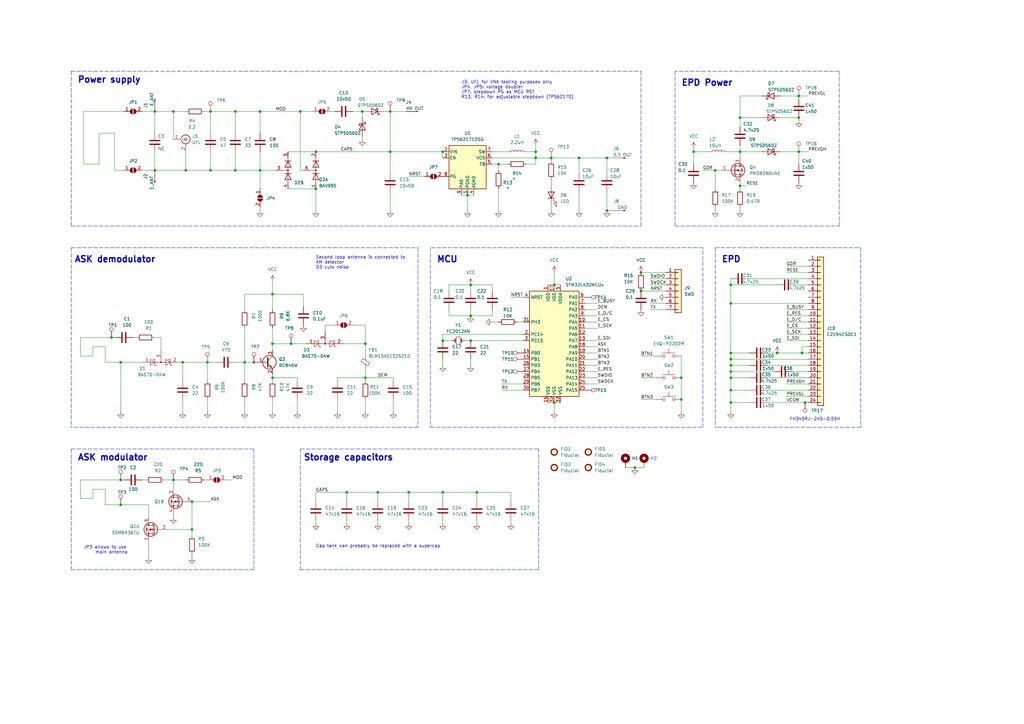
<source format=kicad_sch>
(kicad_sch (version 20211123) (generator eeschema)
  (paper "A3")
  (junction (at 45.72 138.43))
  (junction (at 328.93 144.78))
  (junction (at 96.52 45.72))
  (junction (at 111.76 120.65))
  (junction (at 193.04 129.54))
  (junction (at 193.04 116.84))
  (junction (at 279.4 163.83))
  (junction (at 111.76 154.94))
  (junction (at 260.35 191.77))
  (junction (at 299.72 165.1))
  (junction (at 262.89 119.38))
  (junction (at 142.24 201.93))
  (junction (at 123.19 45.72))
  (junction (at 71.12 196.85))
  (junction (at 49.53 207.01))
  (junction (at 160.02 45.72))
  (junction (at 104.14 148.59))
  (junction (at 330.2 165.1))
  (junction (at 226.06 64.77))
  (junction (at 49.53 196.85))
  (junction (at 85.09 148.59))
  (junction (at 303.53 48.26))
  (junction (at 284.48 62.23))
  (junction (at 299.72 116.84))
  (junction (at 129.54 62.23))
  (junction (at 119.38 140.97))
  (junction (at 248.92 86.36))
  (junction (at 219.71 64.77))
  (junction (at 299.72 144.78))
  (junction (at 227.33 165.1))
  (junction (at 327.66 48.26))
  (junction (at 318.77 144.78))
  (junction (at 76.2 69.85))
  (junction (at 63.5 45.72))
  (junction (at 49.53 148.59))
  (junction (at 191.77 80.01))
  (junction (at 63.5 69.85))
  (junction (at 181.61 201.93))
  (junction (at 129.54 77.47))
  (junction (at 299.72 149.86))
  (junction (at 303.53 76.2))
  (junction (at 299.72 124.46))
  (junction (at 96.52 69.85))
  (junction (at 237.49 64.77))
  (junction (at 299.72 154.94))
  (junction (at 219.71 62.23))
  (junction (at 299.72 152.4))
  (junction (at 181.61 62.23))
  (junction (at 299.72 160.02))
  (junction (at 293.37 69.85))
  (junction (at 154.94 201.93))
  (junction (at 248.92 64.77))
  (junction (at 106.68 69.85))
  (junction (at 149.86 140.97))
  (junction (at 327.66 39.37))
  (junction (at 299.72 147.32))
  (junction (at 167.64 201.93))
  (junction (at 106.68 45.72))
  (junction (at 227.33 116.84))
  (junction (at 148.59 45.72))
  (junction (at 195.58 201.93))
  (junction (at 327.66 62.23))
  (junction (at 86.36 69.85))
  (junction (at 204.47 67.31))
  (junction (at 100.33 148.59))
  (junction (at 193.04 139.7))
  (junction (at 181.61 139.7))
  (junction (at 111.76 140.97))
  (junction (at 86.36 45.72))
  (junction (at 74.93 148.59))
  (junction (at 279.4 154.94))
  (junction (at 160.02 62.23))
  (junction (at 78.74 217.17))
  (junction (at 303.53 62.23))
  (junction (at 149.86 154.94))
  (junction (at 71.12 45.72))
  (junction (at 262.89 111.76))
  (junction (at 78.74 205.74))
  (wire (pts (xy 181.61 137.16) (xy 181.61 139.7)))
  (wire (pts (xy 181.61 201.93) (xy 195.58 201.93)))
  (wire (pts (xy 224.79 165.1) (xy 227.33 165.1)))
  (polyline (pts (xy 220.98 233.68) (xy 220.98 184.15)))
  (wire (pts (xy 71.12 45.72) (xy 76.2 45.72)))
  (wire (pts (xy 68.58 217.17) (xy 78.74 217.17)))
  (wire (pts (xy 256.54 191.77) (xy 260.35 191.77)))
  (wire (pts (xy 50.8 196.85) (xy 49.53 196.85)))
  (wire (pts (xy 38.1 146.05) (xy 38.1 142.24)))
  (wire (pts (xy 226.06 73.66) (xy 226.06 76.2)))
  (wire (pts (xy 76.2 62.23) (xy 76.2 69.85)))
  (wire (pts (xy 74.93 148.59) (xy 74.93 156.21)))
  (wire (pts (xy 227.33 165.1) (xy 227.33 168.91)))
  (wire (pts (xy 193.04 129.54) (xy 201.93 129.54)))
  (wire (pts (xy 60.96 222.25) (xy 60.96 228.6)))
  (polyline (pts (xy 29.21 184.15) (xy 104.14 184.15)))
  (polyline (pts (xy 288.29 101.6) (xy 176.53 101.6)))
  (wire (pts (xy 212.09 132.08) (xy 214.63 132.08)))
  (wire (pts (xy 299.72 160.02) (xy 299.72 165.1)))
  (wire (pts (xy 331.47 124.46) (xy 299.72 124.46)))
  (wire (pts (xy 83.82 196.85) (xy 85.09 196.85)))
  (polyline (pts (xy 29.21 184.15) (xy 29.21 233.68)))
  (polyline (pts (xy 29.21 29.21) (xy 29.21 92.71)))
  (wire (pts (xy 240.03 157.48) (xy 245.11 157.48)))
  (wire (pts (xy 111.76 154.94) (xy 111.76 156.21)))
  (wire (pts (xy 314.96 154.94) (xy 331.47 154.94)))
  (wire (pts (xy 328.93 142.24) (xy 331.47 142.24)))
  (wire (pts (xy 96.52 69.85) (xy 106.68 69.85)))
  (wire (pts (xy 299.72 154.94) (xy 299.72 160.02)))
  (wire (pts (xy 49.53 196.85) (xy 33.02 196.85)))
  (wire (pts (xy 129.54 62.23) (xy 160.02 62.23)))
  (wire (pts (xy 226.06 64.77) (xy 219.71 64.77)))
  (wire (pts (xy 111.76 163.83) (xy 111.76 168.91)))
  (wire (pts (xy 312.42 62.23) (xy 303.53 62.23)))
  (wire (pts (xy 111.76 153.67) (xy 111.76 154.94)))
  (polyline (pts (xy 29.21 29.21) (xy 262.89 29.21)))
  (polyline (pts (xy 344.17 29.21) (xy 276.86 29.21)))
  (wire (pts (xy 204.47 77.47) (xy 204.47 86.36)))
  (wire (pts (xy 76.2 196.85) (xy 71.12 196.85)))
  (wire (pts (xy 209.55 213.36) (xy 209.55 214.63)))
  (wire (pts (xy 284.48 62.23) (xy 284.48 60.96)))
  (wire (pts (xy 303.53 85.09) (xy 303.53 86.36)))
  (wire (pts (xy 293.37 69.85) (xy 295.91 69.85)))
  (polyline (pts (xy 104.14 233.68) (xy 29.21 233.68)))
  (wire (pts (xy 284.48 62.23) (xy 290.83 62.23)))
  (wire (pts (xy 142.24 213.36) (xy 142.24 214.63)))
  (wire (pts (xy 201.93 129.54) (xy 201.93 127)))
  (wire (pts (xy 240.03 132.08) (xy 245.11 132.08)))
  (wire (pts (xy 284.48 67.31) (xy 284.48 62.23)))
  (wire (pts (xy 167.64 201.93) (xy 181.61 201.93)))
  (wire (pts (xy 322.58 129.54) (xy 331.47 129.54)))
  (wire (pts (xy 129.54 201.93) (xy 142.24 201.93)))
  (wire (pts (xy 138.43 156.21) (xy 138.43 154.94)))
  (polyline (pts (xy 276.86 92.71) (xy 344.17 92.71)))
  (wire (pts (xy 129.54 77.47) (xy 129.54 86.36)))
  (wire (pts (xy 193.04 127) (xy 193.04 129.54)))
  (polyline (pts (xy 353.06 101.6) (xy 353.06 175.26)))
  (wire (pts (xy 204.47 67.31) (xy 204.47 69.85)))
  (wire (pts (xy 58.42 196.85) (xy 59.69 196.85)))
  (wire (pts (xy 240.03 139.7) (xy 245.11 139.7)))
  (wire (pts (xy 49.53 148.59) (xy 58.42 148.59)))
  (wire (pts (xy 237.49 78.74) (xy 237.49 86.36)))
  (wire (pts (xy 209.55 201.93) (xy 209.55 205.74)))
  (wire (pts (xy 111.76 154.94) (xy 121.92 154.94)))
  (wire (pts (xy 266.7 116.84) (xy 273.05 116.84)))
  (wire (pts (xy 34.29 45.72) (xy 34.29 67.31)))
  (wire (pts (xy 191.77 80.01) (xy 191.77 86.36)))
  (wire (pts (xy 266.7 114.3) (xy 273.05 114.3)))
  (wire (pts (xy 204.47 67.31) (xy 208.28 67.31)))
  (wire (pts (xy 240.03 144.78) (xy 245.11 144.78)))
  (wire (pts (xy 215.9 67.31) (xy 219.71 67.31)))
  (wire (pts (xy 96.52 45.72) (xy 96.52 54.61)))
  (wire (pts (xy 299.72 152.4) (xy 299.72 154.94)))
  (wire (pts (xy 322.58 139.7) (xy 331.47 139.7)))
  (wire (pts (xy 123.19 45.72) (xy 123.19 69.85)))
  (wire (pts (xy 181.61 147.32) (xy 181.61 149.86)))
  (wire (pts (xy 293.37 69.85) (xy 293.37 77.47)))
  (polyline (pts (xy 123.19 184.15) (xy 123.19 233.68)))
  (wire (pts (xy 266.7 124.46) (xy 273.05 124.46)))
  (wire (pts (xy 121.92 163.83) (xy 121.92 168.91)))
  (polyline (pts (xy 123.19 233.68) (xy 220.98 233.68)))
  (wire (pts (xy 34.29 67.31) (xy 40.64 67.31)))
  (wire (pts (xy 86.36 45.72) (xy 86.36 54.61)))
  (wire (pts (xy 303.53 39.37) (xy 303.53 48.26)))
  (polyline (pts (xy 288.29 175.26) (xy 288.29 101.6)))
  (wire (pts (xy 111.76 120.65) (xy 100.33 120.65)))
  (wire (pts (xy 60.96 207.01) (xy 60.96 212.09)))
  (wire (pts (xy 303.53 74.93) (xy 303.53 76.2)))
  (wire (pts (xy 299.72 154.94) (xy 307.34 154.94)))
  (wire (pts (xy 106.68 69.85) (xy 113.03 69.85)))
  (wire (pts (xy 184.15 127) (xy 184.15 129.54)))
  (wire (pts (xy 33.02 138.43) (xy 45.72 138.43)))
  (wire (pts (xy 299.72 114.3) (xy 299.72 116.84)))
  (wire (pts (xy 193.04 139.7) (xy 214.63 139.7)))
  (wire (pts (xy 160.02 45.72) (xy 160.02 62.23)))
  (wire (pts (xy 154.94 213.36) (xy 154.94 214.63)))
  (wire (pts (xy 248.92 86.36) (xy 251.46 86.36)))
  (wire (pts (xy 106.68 85.09) (xy 106.68 86.36)))
  (wire (pts (xy 92.71 196.85) (xy 95.25 196.85)))
  (wire (pts (xy 160.02 78.74) (xy 160.02 86.36)))
  (wire (pts (xy 54.61 138.43) (xy 55.88 138.43)))
  (wire (pts (xy 148.59 57.15) (xy 148.59 55.88)))
  (wire (pts (xy 303.53 48.26) (xy 303.53 52.07)))
  (wire (pts (xy 303.53 62.23) (xy 303.53 64.77)))
  (wire (pts (xy 160.02 62.23) (xy 181.61 62.23)))
  (wire (pts (xy 322.58 109.22) (xy 331.47 109.22)))
  (wire (pts (xy 161.29 156.21) (xy 161.29 154.94)))
  (wire (pts (xy 201.93 64.77) (xy 219.71 64.77)))
  (wire (pts (xy 123.19 69.85) (xy 124.46 69.85)))
  (wire (pts (xy 43.18 207.01) (xy 49.53 207.01)))
  (wire (pts (xy 322.58 134.62) (xy 331.47 134.62)))
  (wire (pts (xy 86.36 69.85) (xy 96.52 69.85)))
  (wire (pts (xy 195.58 201.93) (xy 195.58 205.74)))
  (wire (pts (xy 144.78 45.72) (xy 148.59 45.72)))
  (wire (pts (xy 227.33 116.84) (xy 229.87 116.84)))
  (wire (pts (xy 148.59 45.72) (xy 148.59 48.26)))
  (wire (pts (xy 299.72 116.84) (xy 318.77 116.84)))
  (wire (pts (xy 63.5 45.72) (xy 71.12 45.72)))
  (wire (pts (xy 314.96 165.1) (xy 330.2 165.1)))
  (wire (pts (xy 138.43 154.94) (xy 149.86 154.94)))
  (polyline (pts (xy 176.53 175.26) (xy 288.29 175.26)))
  (wire (pts (xy 219.71 59.69) (xy 219.71 62.23)))
  (wire (pts (xy 299.72 116.84) (xy 299.72 124.46)))
  (wire (pts (xy 43.18 148.59) (xy 49.53 148.59)))
  (wire (pts (xy 119.38 140.97) (xy 125.73 140.97)))
  (wire (pts (xy 201.93 67.31) (xy 204.47 67.31)))
  (wire (pts (xy 144.78 133.35) (xy 149.86 133.35)))
  (wire (pts (xy 100.33 148.59) (xy 96.52 148.59)))
  (wire (pts (xy 226.06 64.77) (xy 237.49 64.77)))
  (wire (pts (xy 167.64 201.93) (xy 167.64 205.74)))
  (wire (pts (xy 76.2 69.85) (xy 86.36 69.85)))
  (wire (pts (xy 184.15 116.84) (xy 184.15 119.38)))
  (polyline (pts (xy 176.53 101.6) (xy 176.53 175.26)))
  (wire (pts (xy 38.1 200.66) (xy 43.18 200.66)))
  (wire (pts (xy 331.47 147.32) (xy 299.72 147.32)))
  (wire (pts (xy 298.45 62.23) (xy 303.53 62.23)))
  (wire (pts (xy 106.68 45.72) (xy 123.19 45.72)))
  (wire (pts (xy 288.29 69.85) (xy 293.37 69.85)))
  (wire (pts (xy 111.76 115.57) (xy 111.76 120.65)))
  (wire (pts (xy 299.72 144.78) (xy 307.34 144.78)))
  (polyline (pts (xy 123.19 184.15) (xy 220.98 184.15)))
  (wire (pts (xy 314.96 149.86) (xy 331.47 149.86)))
  (wire (pts (xy 240.03 142.24) (xy 245.11 142.24)))
  (wire (pts (xy 73.66 148.59) (xy 74.93 148.59)))
  (wire (pts (xy 33.02 138.43) (xy 33.02 146.05)))
  (wire (pts (xy 299.72 165.1) (xy 299.72 168.91)))
  (wire (pts (xy 262.89 163.83) (xy 269.24 163.83)))
  (wire (pts (xy 279.4 154.94) (xy 279.4 163.83)))
  (wire (pts (xy 327.66 39.37) (xy 331.47 39.37)))
  (wire (pts (xy 63.5 69.85) (xy 63.5 62.23)))
  (wire (pts (xy 307.34 114.3) (xy 331.47 114.3)))
  (wire (pts (xy 33.02 204.47) (xy 38.1 204.47)))
  (wire (pts (xy 43.18 200.66) (xy 43.18 207.01)))
  (wire (pts (xy 299.72 144.78) (xy 299.72 147.32)))
  (wire (pts (xy 226.06 83.82) (xy 226.06 86.36)))
  (wire (pts (xy 86.36 45.72) (xy 96.52 45.72)))
  (wire (pts (xy 193.04 119.38) (xy 193.04 116.84)))
  (wire (pts (xy 219.71 67.31) (xy 219.71 64.77)))
  (wire (pts (xy 38.1 204.47) (xy 38.1 200.66)))
  (wire (pts (xy 129.54 205.74) (xy 129.54 201.93)))
  (wire (pts (xy 303.53 59.69) (xy 303.53 62.23)))
  (wire (pts (xy 71.12 45.72) (xy 71.12 57.15)))
  (wire (pts (xy 67.31 196.85) (xy 71.12 196.85)))
  (wire (pts (xy 123.19 45.72) (xy 128.27 45.72)))
  (wire (pts (xy 262.89 146.05) (xy 269.24 146.05)))
  (wire (pts (xy 262.89 111.76) (xy 273.05 111.76)))
  (wire (pts (xy 149.86 163.83) (xy 149.86 168.91)))
  (wire (pts (xy 100.33 156.21) (xy 100.33 148.59)))
  (wire (pts (xy 227.33 165.1) (xy 229.87 165.1)))
  (wire (pts (xy 205.74 157.48) (xy 214.63 157.48)))
  (wire (pts (xy 71.12 200.66) (xy 71.12 196.85)))
  (wire (pts (xy 322.58 162.56) (xy 331.47 162.56)))
  (wire (pts (xy 78.74 217.17) (xy 78.74 205.74)))
  (wire (pts (xy 111.76 127) (xy 111.76 120.65)))
  (wire (pts (xy 248.92 71.12) (xy 248.92 64.77)))
  (wire (pts (xy 330.2 165.1) (xy 331.47 165.1)))
  (wire (pts (xy 293.37 85.09) (xy 293.37 86.36)))
  (wire (pts (xy 181.61 201.93) (xy 181.61 205.74)))
  (wire (pts (xy 240.03 129.54) (xy 245.11 129.54)))
  (wire (pts (xy 299.72 152.4) (xy 317.5 152.4)))
  (wire (pts (xy 219.71 62.23) (xy 215.9 62.23)))
  (wire (pts (xy 118.11 77.47) (xy 129.54 77.47)))
  (wire (pts (xy 299.72 165.1) (xy 307.34 165.1)))
  (wire (pts (xy 106.68 69.85) (xy 106.68 62.23)))
  (wire (pts (xy 118.11 62.23) (xy 129.54 62.23)))
  (wire (pts (xy 312.42 48.26) (xy 303.53 48.26)))
  (wire (pts (xy 49.53 148.59) (xy 49.53 168.91)))
  (wire (pts (xy 154.94 201.93) (xy 167.64 201.93)))
  (wire (pts (xy 46.99 69.85) (xy 50.8 69.85)))
  (polyline (pts (xy 29.21 101.6) (xy 171.45 101.6)))
  (polyline (pts (xy 293.37 101.6) (xy 293.37 175.26)))
  (wire (pts (xy 78.74 219.71) (xy 78.74 217.17)))
  (wire (pts (xy 46.99 138.43) (xy 45.72 138.43)))
  (wire (pts (xy 38.1 142.24) (xy 43.18 142.24)))
  (polyline (pts (xy 276.86 29.21) (xy 276.86 92.71)))
  (polyline (pts (xy 29.21 92.71) (xy 262.89 92.71)))
  (wire (pts (xy 124.46 125.73) (xy 124.46 120.65)))
  (wire (pts (xy 58.42 45.72) (xy 63.5 45.72)))
  (polyline (pts (xy 353.06 175.26) (xy 293.37 175.26)))
  (wire (pts (xy 279.4 163.83) (xy 279.4 168.91)))
  (wire (pts (xy 299.72 147.32) (xy 299.72 149.86)))
  (wire (pts (xy 40.64 67.31) (xy 40.64 54.61)))
  (wire (pts (xy 74.93 163.83) (xy 74.93 168.91)))
  (wire (pts (xy 63.5 69.85) (xy 76.2 69.85)))
  (wire (pts (xy 224.79 116.84) (xy 227.33 116.84)))
  (wire (pts (xy 33.02 146.05) (xy 38.1 146.05)))
  (wire (pts (xy 78.74 205.74) (xy 86.36 205.74)))
  (wire (pts (xy 327.66 49.53) (xy 327.66 48.26)))
  (wire (pts (xy 201.93 132.08) (xy 204.47 132.08)))
  (wire (pts (xy 111.76 134.62) (xy 111.76 140.97)))
  (wire (pts (xy 161.29 154.94) (xy 149.86 154.94)))
  (wire (pts (xy 240.03 154.94) (xy 245.11 154.94)))
  (wire (pts (xy 314.96 144.78) (xy 318.77 144.78)))
  (wire (pts (xy 157.48 45.72) (xy 160.02 45.72)))
  (wire (pts (xy 320.04 62.23) (xy 327.66 62.23)))
  (wire (pts (xy 327.66 39.37) (xy 327.66 40.64)))
  (wire (pts (xy 71.12 212.09) (xy 71.12 210.82)))
  (wire (pts (xy 34.29 45.72) (xy 50.8 45.72)))
  (wire (pts (xy 260.35 191.77) (xy 264.16 191.77)))
  (wire (pts (xy 63.5 138.43) (xy 66.04 138.43)))
  (wire (pts (xy 226.06 64.77) (xy 226.06 66.04)))
  (polyline (pts (xy 104.14 184.15) (xy 104.14 233.68)))
  (wire (pts (xy 266.7 127) (xy 273.05 127)))
  (wire (pts (xy 279.4 146.05) (xy 279.4 154.94)))
  (polyline (pts (xy 262.89 92.71) (xy 262.89 29.21)))
  (wire (pts (xy 205.74 160.02) (xy 214.63 160.02)))
  (polyline (pts (xy 344.17 92.71) (xy 344.17 29.21)))
  (wire (pts (xy 149.86 151.13) (xy 149.86 154.94)))
  (wire (pts (xy 181.61 62.23) (xy 181.61 64.77)))
  (wire (pts (xy 133.35 133.35) (xy 133.35 135.89)))
  (wire (pts (xy 149.86 140.97) (xy 149.86 146.05)))
  (wire (pts (xy 58.42 69.85) (xy 63.5 69.85)))
  (wire (pts (xy 160.02 62.23) (xy 160.02 71.12)))
  (wire (pts (xy 195.58 213.36) (xy 195.58 214.63)))
  (wire (pts (xy 209.55 121.92) (xy 214.63 121.92)))
  (wire (pts (xy 240.03 149.86) (xy 245.11 149.86)))
  (wire (pts (xy 193.04 147.32) (xy 193.04 149.86)))
  (wire (pts (xy 149.86 133.35) (xy 149.86 140.97)))
  (wire (pts (xy 262.89 154.94) (xy 269.24 154.94)))
  (wire (pts (xy 299.72 149.86) (xy 307.34 149.86)))
  (wire (pts (xy 135.89 45.72) (xy 137.16 45.72)))
  (wire (pts (xy 328.93 144.78) (xy 331.47 144.78)))
  (wire (pts (xy 85.09 148.59) (xy 88.9 148.59)))
  (wire (pts (xy 166.37 45.72) (xy 160.02 45.72)))
  (wire (pts (xy 327.66 62.23) (xy 327.66 67.31)))
  (wire (pts (xy 320.04 39.37) (xy 327.66 39.37)))
  (wire (pts (xy 237.49 71.12) (xy 237.49 64.77)))
  (wire (pts (xy 240.03 152.4) (xy 245.11 152.4)))
  (polyline (pts (xy 293.37 101.6) (xy 353.06 101.6)))
  (wire (pts (xy 46.99 54.61) (xy 46.99 69.85)))
  (wire (pts (xy 325.12 152.4) (xy 331.47 152.4)))
  (wire (pts (xy 149.86 154.94) (xy 149.86 156.21)))
  (wire (pts (xy 189.23 80.01) (xy 191.77 80.01)))
  (wire (pts (xy 137.16 133.35) (xy 133.35 133.35)))
  (wire (pts (xy 322.58 111.76) (xy 331.47 111.76)))
  (wire (pts (xy 303.53 76.2) (xy 306.07 76.2)))
  (wire (pts (xy 43.18 142.24) (xy 43.18 148.59)))
  (wire (pts (xy 78.74 227.33) (xy 78.74 228.6)))
  (wire (pts (xy 86.36 45.72) (xy 83.82 45.72)))
  (wire (pts (xy 201.93 116.84) (xy 193.04 116.84)))
  (wire (pts (xy 154.94 201.93) (xy 154.94 205.74)))
  (wire (pts (xy 100.33 134.62) (xy 100.33 148.59)))
  (polyline (pts (xy 171.45 175.26) (xy 29.21 175.26)))
  (wire (pts (xy 318.77 144.78) (xy 328.93 144.78)))
  (wire (pts (xy 85.09 156.21) (xy 85.09 148.59)))
  (wire (pts (xy 240.03 127) (xy 245.11 127)))
  (wire (pts (xy 33.02 196.85) (xy 33.02 204.47)))
  (wire (pts (xy 66.04 143.51) (xy 66.04 138.43)))
  (wire (pts (xy 299.72 149.86) (xy 299.72 152.4)))
  (wire (pts (xy 111.76 140.97) (xy 111.76 143.51)))
  (wire (pts (xy 328.93 142.24) (xy 328.93 144.78)))
  (wire (pts (xy 106.68 69.85) (xy 106.68 77.47)))
  (wire (pts (xy 190.5 139.7) (xy 193.04 139.7)))
  (wire (pts (xy 195.58 201.93) (xy 209.55 201.93)))
  (wire (pts (xy 49.53 207.01) (xy 60.96 207.01)))
  (wire (pts (xy 149.86 140.97) (xy 140.97 140.97)))
  (wire (pts (xy 191.77 80.01) (xy 194.31 80.01)))
  (wire (pts (xy 111.76 120.65) (xy 124.46 120.65)))
  (wire (pts (xy 240.03 147.32) (xy 245.11 147.32)))
  (wire (pts (xy 138.43 163.83) (xy 138.43 168.91)))
  (wire (pts (xy 201.93 62.23) (xy 208.28 62.23)))
  (wire (pts (xy 322.58 127) (xy 331.47 127)))
  (wire (pts (xy 219.71 64.77) (xy 219.71 62.23)))
  (wire (pts (xy 181.61 213.36) (xy 181.61 214.63)))
  (wire (pts (xy 201.93 119.38) (xy 201.93 116.84)))
  (wire (pts (xy 86.36 69.85) (xy 86.36 62.23)))
  (wire (pts (xy 184.15 129.54) (xy 193.04 129.54)))
  (wire (pts (xy 96.52 45.72) (xy 106.68 45.72)))
  (wire (pts (xy 111.76 140.97) (xy 119.38 140.97)))
  (wire (pts (xy 314.96 160.02) (xy 331.47 160.02)))
  (wire (pts (xy 167.64 72.39) (xy 173.99 72.39)))
  (wire (pts (xy 167.64 213.36) (xy 167.64 214.63)))
  (wire (pts (xy 262.89 119.38) (xy 273.05 119.38)))
  (wire (pts (xy 100.33 163.83) (xy 100.33 168.91)))
  (wire (pts (xy 214.63 137.16) (xy 181.61 137.16)))
  (wire (pts (xy 322.58 132.08) (xy 331.47 132.08)))
  (wire (pts (xy 326.39 116.84) (xy 331.47 116.84)))
  (wire (pts (xy 85.09 163.83) (xy 85.09 168.91)))
  (wire (pts (xy 63.5 45.72) (xy 63.5 54.61)))
  (wire (pts (xy 251.46 64.77) (xy 248.92 64.77)))
  (wire (pts (xy 237.49 64.77) (xy 248.92 64.77)))
  (wire (pts (xy 327.66 62.23) (xy 331.47 62.23)))
  (wire (pts (xy 322.58 157.48) (xy 331.47 157.48)))
  (wire (pts (xy 96.52 62.23) (xy 96.52 69.85)))
  (wire (pts (xy 148.59 45.72) (xy 149.86 45.72)))
  (wire (pts (xy 322.58 137.16) (xy 331.47 137.16)))
  (polyline (pts (xy 29.21 101.6) (xy 29.21 175.26)))
  (wire (pts (xy 106.68 45.72) (xy 106.68 54.61)))
  (wire (pts (xy 129.54 213.36) (xy 129.54 214.63)))
  (wire (pts (xy 100.33 120.65) (xy 100.33 127)))
  (wire (pts (xy 142.24 201.93) (xy 154.94 201.93)))
  (wire (pts (xy 142.24 201.93) (xy 142.24 205.74)))
  (wire (pts (xy 40.64 54.61) (xy 46.99 54.61)))
  (wire (pts (xy 299.72 124.46) (xy 299.72 144.78)))
  (wire (pts (xy 299.72 160.02) (xy 307.34 160.02)))
  (polyline (pts (xy 171.45 101.6) (xy 171.45 175.26)))
  (wire (pts (xy 240.03 134.62) (xy 245.11 134.62)))
  (wire (pts (xy 303.53 76.2) (xy 303.53 77.47)))
  (wire (pts (xy 193.04 116.84) (xy 184.15 116.84)))
  (wire (pts (xy 312.42 39.37) (xy 303.53 39.37)))
  (wire (pts (xy 248.92 78.74) (xy 248.92 86.36)))
  (wire (pts (xy 227.33 111.76) (xy 227.33 116.84)))
  (wire (pts (xy 181.61 139.7) (xy 185.42 139.7)))
  (wire (pts (xy 240.03 124.46) (xy 245.11 124.46)))
  (wire (pts (xy 161.29 163.83) (xy 161.29 168.91)))
  (wire (pts (xy 100.33 148.59) (xy 104.14 148.59)))
  (wire (pts (xy 74.93 148.59) (xy 85.09 148.59)))
  (wire (pts (xy 327.66 48.26) (xy 320.04 48.26)))
  (wire (pts (xy 121.92 156.21) (xy 121.92 154.94)))
  (text "ASK modulator" (at 31.75 189.23 0) (effects (font (size 2.54 2.54) (thickness 0.508) bold) (justify left bottom)))
  (text "MCU" (at 179.07 107.95 0) (effects (font (size 2.54 2.54) (thickness 0.508) bold) (justify left bottom)))
  (text "Power supply" (at 31.75 34.29 0) (effects (font (size 2.54 2.54) (thickness 0.508) bold) (justify left bottom)))
  (text "EPD" (at 295.91 107.95 0) (effects (font (size 2.54 2.54) (thickness 0.508) bold) (justify left bottom)))
  (text "Storage capacitors" (at 124.46 189.23 0) (effects (font (size 2.54 2.54) (thickness 0.508) bold) (justify left bottom)))
  (text "FH34SRJ-24S-0.5SH" (at 323.85 172.72 0) (effects (font (size 1.27 1.27)) (justify left bottom)))
  (text "Second loop antenna is connected to \nAM detector\nD3 cuts noise" (at 129.54 110.49 0) (effects (font (size 1.27 1.27)) (justify left bottom)))
  (text "J3: UFL for VNA testing purposes only\nJP4, JP5: voltage doubler\nJP7: stepdown PG as MCU RST\nR13, R14: for adjustable stepdown (TPS62170)" (at 189.23 40.64 0) (effects (font (size 1.27 1.27)) (justify left bottom)))
  (text "ASK demodulator" (at 30.48 107.95 0) (effects (font (size 2.54 2.54) (thickness 0.508) bold) (justify left bottom)))
  (text "Cap tank can probably be replaced with a supercap" (at 129.54 224.79 0) (effects (font (size 1.27 1.27)) (justify left bottom)))
  (text "JP3 allows to use \n	main antenna" (at 34.29 227.33 0) (effects (font (size 1.27 1.27)) (justify left bottom)))
  (text "EPD Power" (at 279.4 35.56 0) (effects (font (size 2.54 2.54) (thickness 0.508) bold) (justify left bottom)))
  (label "RX" (at 266.7 124.46 0))
  (label "PREVGH" (at 331.47 62.23 0))
  (label "E_RES" (at 245.11 152.4 0))
  (label "VCOM" (at 322.58 165.1 0))
  (label "RESE" (at 306.07 76.2 0))
  (label "SWDCK" (at 266.7 116.84 0))
  (label "NRST" (at 209.55 121.92 0))
  (label "RESE" (at 322.58 111.76 0))
  (label "E_SCK" (at 322.58 137.16 0))
  (label "TX" (at 205.74 157.48 0))
  (label "BTN3" (at 245.11 149.86 0))
  (label "NRST" (at 266.7 119.38 0))
  (label "NRST" (at 167.64 72.39 0))
  (label "E_SDI" (at 322.58 139.7 0))
  (label "SWDCK" (at 245.11 157.48 0))
  (label "MOD" (at 113.03 45.72 0))
  (label "E_BUSY" (at 322.58 127 0))
  (label "MOD" (at 95.25 196.85 0))
  (label "DEM" (at 154.94 154.94 0))
  (label "GDR" (at 322.58 109.22 0))
  (label "BTN2" (at 245.11 147.32 0))
  (label "BTN1" (at 262.89 146.05 0))
  (label "E_SDI" (at 245.11 139.7 0))
  (label "CAPS" (at 139.7 62.23 0))
  (label "E_CS" (at 245.11 132.08 0))
  (label "CAPS" (at 129.54 201.93 0))
  (label "ASK" (at 245.11 142.24 0))
  (label "TX" (at 266.7 127 0))
  (label "E_SCK" (at 245.11 134.62 0))
  (label "E_D{slash}C" (at 322.58 132.08 0))
  (label "E_BUSY" (at 245.11 124.46 0))
  (label "PREVGL" (at 331.47 39.37 0))
  (label "BTN3" (at 262.89 163.83 0))
  (label "BTN1" (at 245.11 144.78 0))
  (label "E_RES" (at 322.58 129.54 0))
  (label "ASK" (at 86.36 205.74 0))
  (label "DEM" (at 245.11 127 0))
  (label "E_D{slash}C" (at 245.11 129.54 0))
  (label "PREVGL" (at 322.58 162.56 0))
  (label "E_CS" (at 322.58 134.62 0))
  (label "SWDIO" (at 245.11 154.94 0))
  (label "RX" (at 205.74 160.02 0))
  (label "PREVGH" (at 322.58 157.48 0))
  (label "GDR" (at 288.29 69.85 0))
  (label "BTN2" (at 262.89 154.94 0))
  (label "SWDIO" (at 266.7 114.3 0))
  (symbol (lib_id "power:GND") (at 181.61 214.63 0) (unit 1)
    (property "Reference" "#PWR030" (effects hide))
    (property "Value" "GND" (effects hide))
  )
  (symbol (lib_id "Diode:BAV99S") (at 129.54 69.85 270) (mirror x) (unit 1)
    (property "Reference" "D2" (at 130.81 73.66 90) (effects (justify left)))
    (property "Value" "BAV99S" (effects hide))
    (property "Footprint" "Package_TO_SOT_SMD:SOT-563" (effects hide))
    (property "Datasheet" "https://assets.nexperia.com/documents/data-sheet/BAV99_SER.pdf" (effects hide))
  )
  (symbol (lib_id "power:GND") (at 142.24 214.63 0) (unit 1)
    (property "Reference" "#PWR020" (effects hide))
    (property "Value" "GND" (effects hide))
  )
  (symbol (lib_id "power:GND") (at 129.54 214.63 0) (unit 1)
    (property "Reference" "#PWR018" (effects hide))
    (property "Value" "GND" (effects hide))
  )
  (symbol (lib_id "Switch:SW_Push") (at 274.32 154.94 0) (unit 1)
    (property "Reference" "SW2" (at 274.32 149.86 0))
    (property "Value" "EVQ-P2202M" (effects hide))
    (property "Footprint" "SnapEDA Library:EVQ-P2202M" (effects hide))
  )
  (symbol (lib_id "Mechanical:MountingHole_Pad") (at 256.54 189.23 0) (unit 1)
    (property "Reference" "H1" (at 259.08 187.9599 0) (effects (justify left)))
    (property "Value" "MountingHole_Pad" (effects hide))
    (property "Footprint" "MountingHole:MountingHole_3.2mm_M3_DIN965_Pad_TopBottom" (effects hide))
  )
  (symbol (lib_id "Jumper:SolderJumper_2_Open") (at 177.8 72.39 0) (unit 1)
    (property "Reference" "JP7" (at 177.8 68.58 0))
    (property "Value" "SolderJumper_2_Open" (effects hide))
    (property "Footprint" "Jumper:SolderJumper-2_P1.3mm_Open_RoundedPad1.0x1.5mm" (effects hide))
  )
  (symbol (lib_id "Connector:TestPoint") (at 327.66 39.37 0) (unit 1)
    (property "Reference" "TP18" (at 330.2 36.0679 0) (effects (justify left)))
    (property "Value" "TestPoint" (effects hide))
    (property "Footprint" "TestPoint:TestPoint_Pad_D1.0mm" (effects hide))
  )
  (symbol (lib_id "power:GND") (at 204.47 86.36 0) (unit 1)
    (property "Reference" "#PWR029" (effects hide))
    (property "Value" "GND" (effects hide))
  )
  (symbol (lib_id "Mechanical:Fiducial") (at 227.33 191.77 0) (unit 1)
    (property "Reference" "FID2" (at 229.87 190.4999 0) (effects (justify left)))
    (property "Value" "Fiducial" (at 229.87 193.0399 0) (effects (justify left)))
    (property "Footprint" "Fiducial:Fiducial_0.5mm_Mask1.5mm" (effects hide))
  )
  (symbol (lib_id "Connector:TestPoint") (at 214.63 147.32 90) (unit 1)
    (property "Reference" "TP11" (at 208.28 147.32 90))
    (property "Value" "TestPoint" (effects hide))
    (property "Footprint" "TestPoint:TestPoint_Pad_D1.0mm" (effects hide))
  )
  (symbol (lib_id "MCU_ST_STM32L4:STM32L432KCUx") (at 227.33 139.7 0) (unit 1)
    (property "Reference" "U2" (at 231.8894 114.3 0) (effects (justify left)))
    (property "Value" "STM32L432KCUx" (at 231.8894 116.84 0) (effects (justify left)))
    (property "Footprint" "Package_DFN_QFN:QFN-32-1EP_5x5mm_P0.5mm_EP3.45x3.45mm" (effects hide))
    (property "Datasheet" "http://www.st.com/st-web-ui/static/active/en/resource/technical/document/datasheet/DM00257205.pdf" (effects hide))
  )
  (symbol (lib_id "power:VCC") (at 193.04 116.84 0) (unit 1)
    (property "Reference" "#PWR023" (effects hide))
    (property "Value" "VCC" (at 193.04 111.76 0))
  )
  (symbol (lib_id "power:GND") (at 226.06 86.36 0) (unit 1)
    (property "Reference" "#PWR034" (effects hide))
    (property "Value" "GND" (effects hide))
  )
  (symbol (lib_id "Device:L") (at 212.09 62.23 90) (unit 1)
    (property "Reference" "L1" (at 212.09 55.88 90))
    (property "Value" "2.2uH" (at 212.09 58.42 90))
    (property "Footprint" "Inductor_SMD:L_Wuerth_MAPI-3015" (effects hide))
  )
  (symbol (lib_id "Device:C") (at 142.24 209.55 180) (unit 1)
    (property "Reference" "C16" (at 146.05 208.2799 0) (effects (justify right)))
    (property "Value" "47x16" (at 146.05 210.8199 0) (effects (justify right)))
    (property "Footprint" "Capacitor_SMD:C_1210_3225Metric" (effects hide))
  )
  (symbol (lib_id "Connector:TestPoint") (at 327.66 62.23 0) (unit 1)
    (property "Reference" "TP16" (at 330.2 58.9279 0) (effects (justify left)))
    (property "Value" "TestPoint" (effects hide))
    (property "Footprint" "TestPoint:TestPoint_Pad_D1.0mm" (effects hide))
  )
  (symbol (lib_id "Jumper:SolderJumper_2_Open") (at 54.61 45.72 0) (unit 1)
    (property "Reference" "JP1" (at 54.61 41.91 0))
    (property "Value" "SolderJumper_2_Open" (effects hide))
    (property "Footprint" "Jumper:SolderJumper-2_P1.3mm_Open_RoundedPad1.0x1.5mm" (effects hide))
  )
  (symbol (lib_id "Jumper:SolderJumper_2_Open") (at 88.9 196.85 0) (unit 1)
    (property "Reference" "JP3" (at 88.9 193.04 0))
    (property "Value" "SolderJumper_2_Open" (effects hide))
    (property "Footprint" "Jumper:SolderJumper-2_P1.3mm_Open_RoundedPad1.0x1.5mm" (effects hide))
  )
  (symbol (lib_id "Device:C") (at 303.53 114.3 90) (unit 1)
    (property "Reference" "C31" (at 308.61 113.03 90) (effects (justify left)))
    (property "Value" "4.7x25" (at 311.15 115.57 90) (effects (justify left)))
    (property "Footprint" "Capacitor_SMD:C_0402_1005Metric" (effects hide))
  )
  (symbol (lib_id "power:GND") (at 181.61 149.86 0) (unit 1)
    (property "Reference" "#PWR021" (effects hide))
    (property "Value" "GND" (effects hide))
  )
  (symbol (lib_id "Device:C") (at 160.02 74.93 180) (unit 1)
    (property "Reference" "C13" (at 163.83 73.6599 0) (effects (justify right)))
    (property "Value" "10x50" (at 163.83 76.1999 0) (effects (justify right)))
    (property "Footprint" "Capacitor_SMD:C_1206_3216Metric" (effects hide))
  )
  (symbol (lib_id "power:GND") (at 327.66 74.93 0) (unit 1)
    (property "Reference" "#PWR050" (effects hide))
    (property "Value" "GND" (effects hide))
  )
  (symbol (lib_id "power:GND") (at 124.46 133.35 0) (unit 1)
    (property "Reference" "#PWR012" (effects hide))
    (property "Value" "GND" (effects hide))
  )
  (symbol (lib_id "Mechanical:Fiducial") (at 241.3 185.42 0) (unit 1)
    (property "Reference" "FID3" (at 243.84 184.1499 0) (effects (justify left)))
    (property "Value" "Fiducial" (at 243.84 186.6899 0) (effects (justify left)))
    (property "Footprint" "Fiducial:Fiducial_0.5mm_Mask1.5mm" (effects hide))
  )
  (symbol (lib_id "Device:R") (at 59.69 138.43 270) (unit 1)
    (property "Reference" "R1" (at 60.96 134.62 90))
    (property "Value" "100" (at 60.96 132.08 90))
    (property "Footprint" "Resistor_SMD:R_0402_1005Metric" (effects hide))
  )
  (symbol (lib_id "Device:R") (at 100.33 130.81 0) (mirror y) (unit 1)
    (property "Reference" "R7" (at 104.14 129.54 90))
    (property "Value" "100K" (at 106.68 129.54 90))
    (property "Footprint" "Resistor_SMD:R_0402_1005Metric" (effects hide))
  )
  (symbol (lib_id "Connector:Conn_01x01_Male") (at 256.54 86.36 0) (mirror y) (unit 1)
    (property "Reference" "J8" (at 252.73 82.55 0))
    (property "Value" "GND" (at 255.27 85.09 0))
    (property "Footprint" "TestPoint:TestPoint_THTPad_D1.0mm_Drill0.5mm" (effects hide))
  )
  (symbol (lib_id "Connector:Conn_01x01_Male") (at 63.5 40.64 90) (mirror x) (unit 1)
    (property "Reference" "J1" (at 59.69 43.18 0))
    (property "Value" "E_ANT" (at 62.23 40.64 0))
    (property "Footprint" "TestPoint:TestPoint_THTPad_D1.0mm_Drill0.5mm" (effects hide))
  )
  (symbol (lib_id "power:GND") (at 149.86 168.91 0) (unit 1)
    (property "Reference" "#PWR016" (effects hide))
    (property "Value" "GND" (effects hide))
  )
  (symbol (lib_id "Device:C") (at 311.15 144.78 90) (unit 1)
    (property "Reference" "C33" (at 316.23 143.51 90) (effects (justify left)))
    (property "Value" "1x50" (at 317.5 146.05 90) (effects (justify left)))
    (property "Footprint" "Capacitor_SMD:C_0402_1005Metric" (effects hide))
  )
  (symbol (lib_id "Device:C") (at 327.66 71.12 0) (unit 1)
    (property "Reference" "C40" (at 328.93 66.04 0) (effects (justify left)))
    (property "Value" "1x50" (at 328.93 68.58 0) (effects (justify left)))
    (property "Footprint" "Capacitor_SMD:C_0402_1005Metric" (effects hide))
  )
  (symbol (lib_id "Device:C") (at 311.15 165.1 90) (unit 1)
    (property "Reference" "C37" (at 316.23 163.83 90) (effects (justify left)))
    (property "Value" "1x50" (at 317.5 166.37 90) (effects (justify left)))
    (property "Footprint" "Capacitor_SMD:C_0402_1005Metric" (effects hide))
  )
  (symbol (lib_id "power:GND") (at 227.33 168.91 0) (unit 1)
    (property "Reference" "#PWR033" (effects hide))
    (property "Value" "GND" (effects hide))
  )
  (symbol (lib_id "Device:R") (at 111.76 160.02 0) (mirror y) (unit 1)
    (property "Reference" "R10" (at 115.57 158.75 90))
    (property "Value" "47K" (at 118.11 158.75 90))
    (property "Footprint" "Resistor_SMD:R_0402_1005Metric" (effects hide))
  )
  (symbol (lib_id "power:GND") (at 209.55 214.63 0) (unit 1)
    (property "Reference" "#PWR037" (effects hide))
    (property "Value" "GND" (effects hide))
  )
  (symbol (lib_id "Connector:TestPoint") (at 45.72 138.43 0) (unit 1)
    (property "Reference" "TP1" (at 44.45 133.35 0) (effects (justify left)))
    (property "Value" "TestPoint" (effects hide))
    (property "Footprint" "TestPoint:TestPoint_Pad_D1.0mm" (effects hide))
  )
  (symbol (lib_id "Device:C") (at 311.15 154.94 90) (unit 1)
    (property "Reference" "C35" (at 316.23 153.67 90) (effects (justify left)))
    (property "Value" "4.7x25" (at 318.77 156.21 90) (effects (justify left)))
    (property "Footprint" "Capacitor_SMD:C_0402_1005Metric" (effects hide))
  )
  (symbol (lib_id "Device:C") (at 311.15 160.02 90) (unit 1)
    (property "Reference" "C36" (at 316.23 158.75 90) (effects (justify left)))
    (property "Value" "4.7x25" (at 318.77 161.29 90) (effects (justify left)))
    (property "Footprint" "Capacitor_SMD:C_0402_1005Metric" (effects hide))
  )
  (symbol (lib_id "power:VCC") (at 284.48 60.96 0) (unit 1)
    (property "Reference" "#PWR044" (effects hide))
    (property "Value" "VCC" (at 284.48 55.88 0))
  )
  (symbol (lib_id "Device:C") (at 181.61 209.55 180) (unit 1)
    (property "Reference" "C24" (at 185.42 208.2799 0) (effects (justify right)))
    (property "Value" "47x16" (at 185.42 210.8199 0) (effects (justify right)))
    (property "Footprint" "Capacitor_SMD:C_1210_3225Metric" (effects hide))
  )
  (symbol (lib_id "Device:C") (at 161.29 160.02 180) (unit 1)
    (property "Reference" "C15" (at 165.1 158.7499 0) (effects (justify right)))
    (property "Value" "100" (at 165.1 161.2899 0) (effects (justify right)))
    (property "Footprint" "Capacitor_SMD:C_0402_1005Metric" (effects hide))
  )
  (symbol (lib_id "Diode:BAT54SW") (at 66.04 148.59 0) (mirror x) (unit 1)
    (property "Reference" "D1" (at 58.42 151.13 0))
    (property "Value" "BAS70-04W" (at 62.23 153.67 0))
    (property "Footprint" "Package_TO_SOT_SMD:SOT-323_SC-70" (effects hide))
    (property "Datasheet" "https://assets.nexperia.com/documents/data-sheet/BAT54W_SER.pdf" (effects hide))
  )
  (symbol (lib_id "Connector:TestPoint") (at 49.53 207.01 0) (unit 1)
    (property "Reference" "TP3" (at 48.26 201.93 0) (effects (justify left)))
    (property "Value" "TestPoint" (effects hide))
    (property "Footprint" "TestPoint:TestPoint_Pad_D1.0mm" (effects hide))
  )
  (symbol (lib_id "Device:R") (at 80.01 196.85 270) (unit 1)
    (property "Reference" "R5" (at 81.28 193.04 90))
    (property "Value" "220" (at 81.28 190.5 90))
    (property "Footprint" "Resistor_SMD:R_0603_1608Metric" (effects hide))
  )
  (symbol (lib_id "power:GND") (at 138.43 168.91 0) (unit 1)
    (property "Reference" "#PWR014" (effects hide))
    (property "Value" "GND" (effects hide))
  )
  (symbol (lib_id "Device:C") (at 106.68 58.42 0) (unit 1)
    (property "Reference" "C8" (at 110.49 57.1499 0) (effects (justify left)))
    (property "Value" "100" (at 110.49 59.6899 0) (effects (justify left)))
    (property "Footprint" "Capacitor_SMD:C_0603_1608Metric" (effects hide))
  )
  (symbol (lib_id "Connector:TestPoint") (at 71.12 196.85 0) (unit 1)
    (property "Reference" "TP4" (at 73.66 192.2779 0) (effects (justify left)))
    (property "Value" "TestPoint" (effects hide))
    (property "Footprint" "TestPoint:TestPoint_Pad_D1.0mm" (effects hide))
  )
  (symbol (lib_id "Device:C") (at 54.61 196.85 90) (unit 1)
    (property "Reference" "C2" (at 54.61 191.77 90))
    (property "Value" "100" (at 54.61 200.66 90))
    (property "Footprint" "Capacitor_SMD:C_0603_1608Metric" (effects hide))
  )
  (symbol (lib_id "power:GND") (at 248.92 86.36 0) (unit 1)
    (property "Reference" "#PWR038" (effects hide))
    (property "Value" "GND" (effects hide))
  )
  (symbol (lib_id "Device:LED") (at 226.06 80.01 90) (unit 1)
    (property "Reference" "D6" (at 229.87 80.01 90) (effects (justify right)))
    (property "Value" "LED" (at 229.87 82.55 90) (effects (justify right)))
    (property "Footprint" "LED_SMD:LED_0603_1608Metric" (effects hide))
  )
  (symbol (lib_id "Device:Crystal_Small") (at 187.96 139.7 0) (unit 1)
    (property "Reference" "Y1" (at 187.96 133.35 0))
    (property "Value" "FC2012AN" (at 187.96 135.89 0))
    (property "Footprint" "SnapEDA Library:Crystal_SMD_2012-2Pin_2.0x1.2mm" (effects hide))
  )
  (symbol (lib_id "Device:D_Schottky") (at 316.23 62.23 180) (unit 1)
    (property "Reference" "D9" (at 309.88 57.15 0) (effects (justify left)))
    (property "Value" "STPS0560Z" (at 318.77 59.69 0) (effects (justify left)))
    (property "Footprint" "Diode_SMD:D_SOD-123F" (effects hide))
  )
  (symbol (lib_id "Connector:TestPoint") (at 214.63 152.4 90) (unit 1)
    (property "Reference" "TP12" (at 208.28 152.4 90))
    (property "Value" "TestPoint" (effects hide))
    (property "Footprint" "TestPoint:TestPoint_Pad_D1.0mm" (effects hide))
  )
  (symbol (lib_id "Connector:TestPoint") (at 160.02 45.72 0) (unit 1)
    (property "Reference" "TP9" (at 162.56 41.1479 0) (effects (justify left)))
    (property "Value" "TestPoint" (effects hide))
    (property "Footprint" "TestPoint:TestPoint_Pad_D1.0mm" (effects hide))
  )
  (symbol (lib_id "Connector:Conn_01x01_Male") (at 171.45 45.72 0) (mirror y) (unit 1)
    (property "Reference" "J4" (at 167.64 41.91 0))
    (property "Value" "HV OUT" (at 170.18 44.45 0))
    (property "Footprint" "TestPoint:TestPoint_THTPad_D1.0mm_Drill0.5mm" (effects hide))
  )
  (symbol (lib_id "power:GND") (at 260.35 191.77 0) (unit 1)
    (property "Reference" "#PWR047" (effects hide))
    (property "Value" "GND" (effects hide))
  )
  (symbol (lib_id "Jumper:SolderJumper_2_Open") (at 106.68 81.28 270) (unit 1)
    (property "Reference" "JP4" (at 109.22 81.2799 90) (effects (justify left)))
    (property "Value" "SolderJumper_2_Open" (effects hide))
    (property "Footprint" "Jumper:SolderJumper-2_P1.3mm_Open_RoundedPad1.0x1.5mm" (effects hide))
  )
  (symbol (lib_id "power:GND") (at 106.68 86.36 0) (unit 1)
    (property "Reference" "#PWR08" (effects hide))
    (property "Value" "GND" (effects hide))
  )
  (symbol (lib_id "power:GND") (at 273.05 121.92 270) (unit 1)
    (property "Reference" "#PWR041" (effects hide))
    (property "Value" "GND" (effects hide))
  )
  (symbol (lib_id "Mechanical:MountingHole_Pad") (at 264.16 189.23 0) (unit 1)
    (property "Reference" "H2" (at 266.7 187.9599 0) (effects (justify left)))
    (property "Value" "MountingHole_Pad" (effects hide))
    (property "Footprint" "MountingHole:MountingHole_3.2mm_M3_DIN965_Pad_TopBottom" (effects hide))
  )
  (symbol (lib_id "Device:R") (at 100.33 160.02 0) (mirror y) (unit 1)
    (property "Reference" "R8" (at 104.14 158.75 90))
    (property "Value" "47K" (at 106.68 158.75 90))
    (property "Footprint" "Resistor_SMD:R_0402_1005Metric" (effects hide))
  )
  (symbol (lib_id "Device:R") (at 85.09 160.02 0) (mirror y) (unit 1)
    (property "Reference" "R6" (at 88.9 158.75 90))
    (property "Value" "100K" (at 91.44 158.75 90))
    (property "Footprint" "Resistor_SMD:R_0402_1005Metric" (effects hide))
  )
  (symbol (lib_id "Device:C") (at 201.93 123.19 0) (unit 1)
    (property "Reference" "C22" (at 195.58 119.38 0) (effects (justify left)))
    (property "Value" "0.1" (at 195.58 121.92 0) (effects (justify left)))
    (property "Footprint" "Capacitor_SMD:C_0402_1005Metric" (effects hide))
  )
  (symbol (lib_id "Device:C") (at 138.43 160.02 180) (unit 1)
    (property "Reference" "C11" (at 142.24 158.7499 0) (effects (justify right)))
    (property "Value" "22" (at 142.24 161.2899 0) (effects (justify right)))
    (property "Footprint" "Capacitor_SMD:C_0402_1005Metric" (effects hide))
  )
  (symbol (lib_id "Connector:TestPoint") (at 240.03 121.92 270) (unit 1)
    (property "Reference" "TP14" (at 246.38 121.92 90))
    (property "Value" "TestPoint" (effects hide))
    (property "Footprint" "TestPoint:TestPoint_Pad_D1.0mm" (effects hide))
  )
  (symbol (lib_id "power:VCC") (at 262.89 111.76 0) (unit 1)
    (property "Reference" "#PWR039" (effects hide))
    (property "Value" "VCC" (at 262.89 106.68 0))
  )
  (symbol (lib_id "Device:C") (at 154.94 209.55 180) (unit 1)
    (property "Reference" "C19" (at 158.75 208.2799 0) (effects (justify right)))
    (property "Value" "47x16" (at 158.75 210.8199 0) (effects (justify right)))
    (property "Footprint" "Capacitor_SMD:C_1210_3225Metric" (effects hide))
  )
  (symbol (lib_id "power:GND") (at 262.89 127 0) (unit 1)
    (property "Reference" "#PWR040" (effects hide))
    (property "Value" "GND" (effects hide))
  )
  (symbol (lib_id "Device:D_Schottky") (at 316.23 48.26 180) (unit 1)
    (property "Reference" "D8" (at 317.5 43.18 0) (effects (justify left)))
    (property "Value" "STPS0560Z" (at 325.12 45.72 0) (effects (justify left)))
    (property "Footprint" "Diode_SMD:D_SOD-123F" (effects hide))
  )
  (symbol (lib_id "Jumper:SolderJumper_2_Open") (at 132.08 45.72 0) (unit 1)
    (property "Reference" "JP5" (at 132.08 41.91 0))
    (property "Value" "SolderJumper_2_Open" (effects hide))
    (property "Footprint" "Jumper:SolderJumper-2_P1.3mm_Open_RoundedPad1.0x1.5mm" (effects hide))
  )
  (symbol (lib_id "Device:C") (at 184.15 123.19 0) (unit 1)
    (property "Reference" "C18" (at 177.8 119.38 0) (effects (justify left)))
    (property "Value" "0.1" (at 177.8 121.92 0) (effects (justify left)))
    (property "Footprint" "Capacitor_SMD:C_0402_1005Metric" (effects hide))
  )
  (symbol (lib_id "power:GND") (at 160.02 86.36 0) (unit 1)
    (property "Reference" "#PWR017" (effects hide))
    (property "Value" "GND" (effects hide))
  )
  (symbol (lib_id "Device:R") (at 149.86 160.02 0) (mirror y) (unit 1)
    (property "Reference" "R11" (at 153.67 158.75 0))
    (property "Value" "100K" (at 153.67 161.29 0))
    (property "Footprint" "Resistor_SMD:R_0402_1005Metric" (effects hide))
  )
  (symbol (lib_id "power:VCC") (at 111.76 115.57 0) (unit 1)
    (property "Reference" "#PWR09" (effects hide))
    (property "Value" "VCC" (at 111.76 110.49 0))
  )
  (symbol (lib_id "Connector:TestPoint") (at 85.09 148.59 0) (unit 1)
    (property "Reference" "TP5" (at 82.55 142.24 0) (effects (justify left)))
    (property "Value" "TestPoint" (effects hide))
    (property "Footprint" "TestPoint:TestPoint_Pad_D1.0mm" (effects hide))
  )
  (symbol (lib_id "power:GND") (at 111.76 168.91 0) (unit 1)
    (property "Reference" "#PWR010" (effects hide))
    (property "Value" "GND" (effects hide))
  )
  (symbol (lib_id "power:GND") (at 237.49 86.36 0) (unit 1)
    (property "Reference" "#PWR036" (effects hide))
    (property "Value" "GND" (effects hide))
  )
  (symbol (lib_id "Device:C") (at 311.15 149.86 90) (unit 1)
    (property "Reference" "C34" (at 316.23 148.59 90) (effects (justify left)))
    (property "Value" "1x50" (at 317.5 151.13 90) (effects (justify left)))
    (property "Footprint" "Capacitor_SMD:C_0402_1005Metric" (effects hide))
  )
  (symbol (lib_id "Device:C") (at 193.04 143.51 180) (unit 1)
    (property "Reference" "C21" (at 196.85 142.2399 0) (effects (justify right)))
    (property "Value" "22" (at 196.85 144.7799 0) (effects (justify right)))
    (property "Footprint" "Capacitor_SMD:C_0402_1005Metric" (effects hide))
  )
  (symbol (lib_id "Device:C") (at 50.8 138.43 90) (unit 1)
    (property "Reference" "C1" (at 52.07 130.81 90))
    (property "Value" "100" (at 52.07 133.35 90))
    (property "Footprint" "Capacitor_SMD:C_0603_1608Metric" (effects hide))
  )
  (symbol (lib_id "Device:D_Schottky") (at 153.67 45.72 180) (unit 1)
    (property "Reference" "D5" (at 149.86 40.64 0) (effects (justify left)))
    (property "Value" "STPS0560Z" (at 157.48 43.18 0) (effects (justify left)))
    (property "Footprint" "Diode_SMD:D_SOD-123F" (effects hide))
  )
  (symbol (lib_id "Connector:TestPoint") (at 214.63 144.78 90) (unit 1)
    (property "Reference" "TP10" (at 208.28 144.78 90))
    (property "Value" "TestPoint" (effects hide))
    (property "Footprint" "TestPoint:TestPoint_Pad_D1.0mm" (effects hide))
  )
  (symbol (lib_id "Device:C") (at 121.92 160.02 180) (unit 1)
    (property "Reference" "C9" (at 125.73 158.7499 0) (effects (justify right)))
    (property "Value" "22" (at 125.73 161.2899 0) (effects (justify right)))
    (property "Footprint" "Capacitor_SMD:C_0402_1005Metric" (effects hide))
  )
  (symbol (lib_id "Connector:Conn_Coaxial") (at 76.2 57.15 0) (unit 1)
    (property "Reference" "J3" (at 78.74 55.88 0) (effects (justify left)))
    (property "Value" "UFL" (at 78.74 58.42 0) (effects (justify left)))
    (property "Footprint" "Connector_Coaxial:U.FL_Hirose_U.FL-R-SMT-1_Vertical" (effects hide))
    (property "Datasheet" " ~" (effects hide))
  )
  (symbol (lib_id "Device:Q_NMOS_GSD") (at 300.99 69.85 0) (unit 1)
    (property "Reference" "Q4" (at 307.34 68.5799 0) (effects (justify left)))
    (property "Value" "PMZB390UNE" (at 307.34 71.1199 0) (effects (justify left)))
    (property "Footprint" "Package_DFN_QFN:Diodes_DFN1006-3" (effects hide))
  )
  (symbol (lib_id "Diode:BAV99S") (at 118.11 69.85 270) (mirror x) (unit 2)
    (property "Reference" "D2" (at 120.65 74.93 90) (effects (justify left)))
    (property "Value" "BAV99S" (at 130.81 76.2 90) (effects (justify left)))
    (property "Footprint" "Package_TO_SOT_SMD:SOT-563" (effects hide))
    (property "Datasheet" "https://assets.nexperia.com/documents/data-sheet/BAV99_SER.pdf" (effects hide))
  )
  (symbol (lib_id "Device:C") (at 96.52 58.42 0) (unit 1)
    (property "Reference" "C7" (at 100.33 57.1499 0) (effects (justify left)))
    (property "Value" "33" (at 100.33 59.6899 0) (effects (justify left)))
    (property "Footprint" "Capacitor_SMD:C_0603_1608Metric" (effects hide))
  )
  (symbol (lib_id "Connector:Conn_01x01_Male") (at 256.54 64.77 0) (mirror y) (unit 1)
    (property "Reference" "J6" (at 252.73 60.96 0))
    (property "Value" "3.3 OUT" (at 255.27 63.5 0))
    (property "Footprint" "TestPoint:TestPoint_THTPad_D1.0mm_Drill0.5mm" (effects hide))
  )
  (symbol (lib_id "Device:C") (at 327.66 44.45 0) (unit 1)
    (property "Reference" "C41" (at 330.2 43.18 0) (effects (justify left)))
    (property "Value" "1x50" (at 330.2 45.72 0) (effects (justify left)))
    (property "Footprint" "Capacitor_SMD:C_0402_1005Metric" (effects hide))
  )
  (symbol (lib_id "Connector_Generic:Conn_01x24") (at 336.55 134.62 0) (unit 1)
    (property "Reference" "J10" (at 339.09 134.6199 0) (effects (justify left)))
    (property "Value" "E2154CS0C1" (at 339.09 137.1599 0) (effects (justify left)))
    (property "Footprint" "SnapEDA Library:HRS_FH34SRJ-24S-0.5SH(99)" (effects hide))
  )
  (symbol (lib_id "Connector:TestPoint") (at 226.06 64.77 0) (unit 1)
    (property "Reference" "TP13" (at 228.6 60.1979 0) (effects (justify left)))
    (property "Value" "TestPoint" (effects hide))
    (property "Footprint" "TestPoint:TestPoint_Pad_D1.0mm" (effects hide))
  )
  (symbol (lib_id "Device:Q_Dual_NMOS_S1G1D2S2G2D1") (at 63.5 217.17 0) (mirror y) (unit 1)
    (property "Reference" "Q1" (at 57.15 215.8999 0) (effects (justify left)))
    (property "Value" "SSM6N36TU" (at 57.15 218.4399 0) (effects (justify left)))
    (property "Footprint" "Package_TO_SOT_SMD:SOT-363_SC-70-6" (effects hide))
  )
  (symbol (lib_id "power:VCC") (at 219.71 59.69 0) (unit 1)
    (property "Reference" "#PWR031" (effects hide))
    (property "Value" "VCC" (at 219.71 54.61 0))
  )
  (symbol (lib_id "power:GND") (at 299.72 168.91 0) (unit 1)
    (property "Reference" "#PWR046" (effects hide))
    (property "Value" "GND" (effects hide))
  )
  (symbol (lib_id "power:GND") (at 193.04 149.86 0) (unit 1)
    (property "Reference" "#PWR025" (effects hide))
    (property "Value" "GND" (effects hide))
  )
  (symbol (lib_id "power:GND") (at 74.93 168.91 0) (unit 1)
    (property "Reference" "#PWR04" (effects hide))
    (property "Value" "GND" (effects hide))
  )
  (symbol (lib_id "power:GND") (at 284.48 74.93 0) (unit 1)
    (property "Reference" "#PWR042" (effects hide))
    (property "Value" "GND" (effects hide))
  )
  (symbol (lib_id "Device:C") (at 140.97 45.72 270) (unit 1)
    (property "Reference" "C12" (at 140.97 38.1 90))
    (property "Value" "10x50" (at 140.97 40.64 90))
    (property "Footprint" "Capacitor_SMD:C_0603_1608Metric" (effects hide))
  )
  (symbol (lib_id "Device:R") (at 262.89 115.57 180) (unit 1)
    (property "Reference" "R16" (at 257.81 113.03 0))
    (property "Value" "10K" (at 257.81 115.57 0))
    (property "Footprint" "Resistor_SMD:R_0402_1005Metric" (effects hide))
  )
  (symbol (lib_id "Device:Q_Dual_NMOS_S1G1D2S2G2D1") (at 73.66 205.74 0) (mirror y) (unit 2)
    (property "Reference" "Q1" (at 67.31 205.7399 0) (effects (justify left)))
    (property "Value" "SSM6N36TU" (effects hide))
    (property "Footprint" "Package_TO_SOT_SMD:SOT-363_SC-70-6" (effects hide))
  )
  (symbol (lib_id "Device:C") (at 167.64 209.55 180) (unit 1)
    (property "Reference" "C23" (at 171.45 208.2799 0) (effects (justify right)))
    (property "Value" "47x16" (at 171.45 210.8199 0) (effects (justify right)))
    (property "Footprint" "Capacitor_SMD:C_1210_3225Metric" (effects hide))
  )
  (symbol (lib_id "Switch:SW_Push") (at 274.32 146.05 0) (unit 1)
    (property "Reference" "SW1" (at 274.32 138.43 0))
    (property "Value" "EVQ-P2202M" (at 274.32 140.97 0))
    (property "Footprint" "SnapEDA Library:EVQ-P2202M" (effects hide))
  )
  (symbol (lib_id "Device:D_Schottky") (at 316.23 39.37 0) (mirror x) (unit 1)
    (property "Reference" "D7" (at 314.96 34.29 0) (effects (justify left)))
    (property "Value" "STPS0560Z" (at 314.96 36.83 0) (effects (justify left)))
    (property "Footprint" "Diode_SMD:D_SOD-123F" (effects hide))
  )
  (symbol (lib_id "power:GND") (at 154.94 214.63 0) (unit 1)
    (property "Reference" "#PWR022" (effects hide))
    (property "Value" "GND" (effects hide))
  )
  (symbol (lib_id "Device:R") (at 204.47 73.66 0) (unit 1)
    (property "Reference" "R13" (at 208.28 74.93 0))
    (property "Value" "*" (at 208.28 77.47 0))
    (property "Footprint" "Resistor_SMD:R_0603_1608Metric" (effects hide))
  )
  (symbol (lib_id "Device:C") (at 124.46 129.54 180) (unit 1)
    (property "Reference" "C10" (at 128.27 128.2699 0) (effects (justify right)))
    (property "Value" "0.1uF" (at 128.27 130.8099 0) (effects (justify right)))
    (property "Footprint" "Capacitor_SMD:C_0402_1005Metric" (effects hide))
  )
  (symbol (lib_id "power:GND") (at 195.58 214.63 0) (unit 1)
    (property "Reference" "#PWR035" (effects hide))
    (property "Value" "GND" (effects hide))
  )
  (symbol (lib_id "Connector:TestPoint") (at 104.14 148.59 0) (unit 1)
    (property "Reference" "TP7" (at 102.87 142.24 0) (effects (justify left)))
    (property "Value" "TestPoint" (effects hide))
    (property "Footprint" "TestPoint:TestPoint_Pad_D1.0mm" (effects hide))
  )
  (symbol (lib_id "Switch:SW_Push") (at 274.32 163.83 0) (unit 1)
    (property "Reference" "SW3" (at 274.32 158.75 0))
    (property "Value" "EVQ-P2202M" (effects hide))
    (property "Footprint" "SnapEDA Library:EVQ-P2202M" (effects hide))
  )
  (symbol (lib_id "power:GND") (at 293.37 86.36 0) (unit 1)
    (property "Reference" "#PWR045" (effects hide))
    (property "Value" "GND" (effects hide))
  )
  (symbol (lib_id "Transistor_BJT:BC847W") (at 109.22 148.59 0) (unit 1)
    (property "Reference" "Q3" (at 114.3 147.3199 0) (effects (justify left)))
    (property "Value" "BC846W" (at 114.3 149.8599 0) (effects (justify left)))
    (property "Footprint" "Package_TO_SOT_SMD:SOT-323_SC-70" (effects hide))
    (property "Datasheet" "http://www.infineon.com/dgdl/Infineon-BC847SERIES_BC848SERIES_BC849SERIES_BC850SERIES-DS-v01_01-en.pdf?fileId=db3a304314dca389011541d4630a1657" (effects hide))
  )
  (symbol (lib_id "power:GND") (at 148.59 57.15 0) (unit 1)
    (property "Reference" "#PWR015" (effects hide))
    (property "Value" "GND" (effects hide))
  )
  (symbol (lib_id "power:GND") (at 71.12 212.09 0) (unit 1)
    (property "Reference" "#PWR03" (effects hide))
    (property "Value" "GND" (effects hide))
  )
  (symbol (lib_id "Device:C") (at 303.53 55.88 0) (unit 1)
    (property "Reference" "C32" (at 304.8 50.8 0) (effects (justify left)))
    (property "Value" "4.7x25" (at 304.8 53.34 0) (effects (justify left)))
    (property "Footprint" "Capacitor_SMD:C_0402_1005Metric" (effects hide))
  )
  (symbol (lib_id "power:GND") (at 303.53 86.36 0) (unit 1)
    (property "Reference" "#PWR0101" (effects hide))
    (property "Value" "GND" (effects hide))
  )
  (symbol (lib_id "Device:C") (at 284.48 71.12 0) (unit 1)
    (property "Reference" "C30" (at 278.13 67.31 0) (effects (justify left)))
    (property "Value" "0.1" (at 278.13 69.85 0) (effects (justify left)))
    (property "Footprint" "Capacitor_SMD:C_0402_1005Metric" (effects hide))
  )
  (symbol (lib_id "Device:FerriteBead_Small") (at 149.86 148.59 0) (unit 1)
    (property "Reference" "FB1" (at 151.13 143.51 0) (effects (justify left)))
    (property "Value" "BLM15AG102SZ1D" (at 151.13 146.05 0) (effects (justify left)))
    (property "Footprint" "Inductor_SMD:L_0402_1005Metric" (effects hide))
  )
  (symbol (lib_id "power:GND") (at 49.53 168.91 0) (unit 1)
    (property "Reference" "#PWR01" (effects hide))
    (property "Value" "GND" (effects hide))
  )
  (symbol (lib_id "Device:R") (at 111.76 130.81 0) (mirror y) (unit 1)
    (property "Reference" "R9" (at 115.57 129.54 90))
    (property "Value" "6.8K" (at 118.11 129.54 90))
    (property "Footprint" "Resistor_SMD:R_0402_1005Metric" (effects hide))
  )
  (symbol (lib_id "Device:C") (at 129.54 209.55 180) (unit 1)
    (property "Reference" "C14" (at 133.35 208.2799 0) (effects (justify right)))
    (property "Value" "47x16" (at 133.35 210.8199 0) (effects (justify right)))
    (property "Footprint" "Capacitor_SMD:C_1210_3225Metric" (effects hide))
  )
  (symbol (lib_id "Device:C") (at 193.04 123.19 0) (unit 1)
    (property "Reference" "C20" (at 186.69 119.38 0) (effects (justify left)))
    (property "Value" "0.1" (at 186.69 121.92 0) (effects (justify left)))
    (property "Footprint" "Capacitor_SMD:C_0402_1005Metric" (effects hide))
  )
  (symbol (lib_id "Device:C") (at 209.55 209.55 180) (unit 1)
    (property "Reference" "C27" (at 213.36 208.2799 0) (effects (justify right)))
    (property "Value" "47x16" (at 213.36 210.8199 0) (effects (justify right)))
    (property "Footprint" "Capacitor_SMD:C_1210_3225Metric" (effects hide))
  )
  (symbol (lib_id "Device:R") (at 212.09 67.31 270) (unit 1)
    (property "Reference" "R14" (at 212.09 71.12 90))
    (property "Value" "*" (at 210.82 73.66 90))
    (property "Footprint" "Resistor_SMD:R_0603_1608Metric" (effects hide))
  )
  (symbol (lib_id "Device:R") (at 293.37 81.28 0) (unit 1)
    (property "Reference" "R17" (at 295.91 80.0099 0) (effects (justify left)))
    (property "Value" "100K" (at 295.91 82.5499 0) (effects (justify left)))
    (property "Footprint" "Resistor_SMD:R_0402_1005Metric" (effects hide))
  )
  (symbol (lib_id "Device:C") (at 86.36 58.42 0) (unit 1)
    (property "Reference" "C5" (at 90.17 57.1499 0) (effects (justify left)))
    (property "Value" "47" (at 90.17 59.6899 0) (effects (justify left)))
    (property "Footprint" "Capacitor_SMD:C_0603_1608Metric" (effects hide))
  )
  (symbol (lib_id "Device:R") (at 208.28 132.08 90) (unit 1)
    (property "Reference" "R12" (at 208.28 127 90))
    (property "Value" "10K" (at 208.28 129.54 90))
    (property "Footprint" "Resistor_SMD:R_0402_1005Metric" (effects hide))
  )
  (symbol (lib_id "power:GND") (at 279.4 168.91 0) (unit 1)
    (property "Reference" "#PWR043" (effects hide))
    (property "Value" "GND" (effects hide))
  )
  (symbol (lib_id "Device:R") (at 78.74 223.52 0) (unit 1)
    (property "Reference" "R3" (at 82.55 220.98 0))
    (property "Value" "100K" (at 83.82 223.52 0))
    (property "Footprint" "Resistor_SMD:R_0402_1005Metric" (effects hide))
  )
  (symbol (lib_id "Jumper:SolderJumper_2_Open") (at 54.61 69.85 0) (unit 1)
    (property "Reference" "JP2" (at 54.61 66.04 0))
    (property "Value" "SolderJumper_2_Open" (effects hide))
    (property "Footprint" "Jumper:SolderJumper-2_P1.3mm_Open_RoundedPad1.0x1.5mm" (effects hide))
  )
  (symbol (lib_id "Regulator_Switching:TPS62171DSG") (at 191.77 69.85 0) (unit 1)
    (property "Reference" "U1" (at 191.77 54.61 0))
    (property "Value" "TPS62171DSG" (at 191.77 57.15 0))
    (property "Footprint" "Package_SON:WSON-8-1EP_2x2mm_P0.5mm_EP0.9x1.6mm_ThermalVias" (effects hide))
    (property "Datasheet" "http://www.ti.com/lit/ds/symlink/tps62170.pdf" (effects hide))
  )
  (symbol (lib_id "power:GND") (at 191.77 86.36 0) (unit 1)
    (property "Reference" "#PWR026" (effects hide))
    (property "Value" "GND" (effects hide))
  )
  (symbol (lib_id "Device:C") (at 181.61 143.51 180) (unit 1)
    (property "Reference" "C17" (at 185.42 142.2399 0) (effects (justify right)))
    (property "Value" "22" (at 185.42 144.7799 0) (effects (justify right)))
    (property "Footprint" "Capacitor_SMD:C_0402_1005Metric" (effects hide))
  )
  (symbol (lib_id "Device:C") (at 248.92 74.93 0) (unit 1)
    (property "Reference" "C28" (at 250.19 69.85 0) (effects (justify left)))
    (property "Value" "10uF" (at 250.19 72.39 0) (effects (justify left)))
    (property "Footprint" "Capacitor_SMD:C_0603_1608Metric" (effects hide))
  )
  (symbol (lib_id "power:GND") (at 201.93 132.08 270) (unit 1)
    (property "Reference" "#PWR027" (effects hide))
    (property "Value" "GND" (effects hide))
  )
  (symbol (lib_id "Device:R") (at 80.01 45.72 90) (unit 1)
    (property "Reference" "R4" (at 78.74 49.53 90))
    (property "Value" "2.2" (at 78.74 52.07 90))
    (property "Footprint" "Resistor_SMD:R_0603_1608Metric" (effects hide))
  )
  (symbol (lib_id "Device:C") (at 237.49 74.93 0) (unit 1)
    (property "Reference" "C26" (at 238.76 69.85 0) (effects (justify left)))
    (property "Value" "10uF" (at 238.76 72.39 0) (effects (justify left)))
    (property "Footprint" "Capacitor_SMD:C_0603_1608Metric" (effects hide))
  )
  (symbol (lib_id "Jumper:SolderJumper_2_Open") (at 140.97 133.35 0) (unit 1)
    (property "Reference" "JP6" (at 140.97 129.54 0))
    (property "Value" "SolderJumper_2_Open" (effects hide))
    (property "Footprint" "Jumper:SolderJumper-2_P1.3mm_Open_RoundedPad1.0x1.5mm" (effects hide))
  )
  (symbol (lib_id "Diode:BAT54SW") (at 133.35 140.97 0) (mirror x) (unit 1)
    (property "Reference" "D3" (at 125.73 143.51 0))
    (property "Value" "BAS70-04W" (at 129.54 146.05 0))
    (property "Footprint" "Package_TO_SOT_SMD:SOT-323_SC-70" (effects hide))
    (property "Datasheet" "https://assets.nexperia.com/documents/data-sheet/BAT54W_SER.pdf" (effects hide))
  )
  (symbol (lib_id "power:GND") (at 100.33 168.91 0) (unit 1)
    (property "Reference" "#PWR07" (effects hide))
    (property "Value" "GND" (effects hide))
  )
  (symbol (lib_id "power:GND") (at 193.04 129.54 0) (unit 1)
    (property "Reference" "#PWR024" (effects hide))
    (property "Value" "GND" (effects hide))
  )
  (symbol (lib_id "power:VCC") (at 227.33 111.76 0) (unit 1)
    (property "Reference" "#PWR032" (effects hide))
    (property "Value" "VCC" (at 227.33 106.68 0))
  )
  (symbol (lib_id "Device:C") (at 262.89 123.19 0) (unit 1)
    (property "Reference" "C29" (at 256.54 119.38 0) (effects (justify left)))
    (property "Value" "0.1" (at 256.54 121.92 0) (effects (justify left)))
    (property "Footprint" "Capacitor_SMD:C_0402_1005Metric" (effects hide))
  )
  (symbol (lib_id "Device:D_Schottky") (at 148.59 52.07 270) (unit 1)
    (property "Reference" "D4" (at 137.16 52.07 90) (effects (justify left)))
    (property "Value" "STPS0560Z" (at 137.16 54.61 90) (effects (justify left)))
    (property "Footprint" "Diode_SMD:D_SOD-123F" (effects hide))
  )
  (symbol (lib_id "Device:C") (at 322.58 116.84 90) (unit 1)
    (property "Reference" "C39" (at 327.66 115.57 90) (effects (justify left)))
    (property "Value" "4.7x25" (at 330.2 118.11 90) (effects (justify left)))
    (property "Footprint" "Capacitor_SMD:C_0402_1005Metric" (effects hide))
  )
  (symbol (lib_id "Device:C") (at 195.58 209.55 180) (unit 1)
    (property "Reference" "C25" (at 199.39 208.2799 0) (effects (justify right)))
    (property "Value" "47x16" (at 199.39 210.8199 0) (effects (justify right)))
    (property "Footprint" "Capacitor_SMD:C_1210_3225Metric" (effects hide))
  )
  (symbol (lib_id "Device:C") (at 321.31 152.4 90) (unit 1)
    (property "Reference" "C38" (at 325.12 151.13 90) (effects (justify left)))
    (property "Value" "1x50" (at 327.66 153.67 90) (effects (justify left)))
    (property "Footprint" "Capacitor_SMD:C_0402_1005Metric" (effects hide))
  )
  (symbol (lib_id "Mechanical:Fiducial") (at 241.3 191.77 0) (unit 1)
    (property "Reference" "FID4" (at 243.84 190.4999 0) (effects (justify left)))
    (property "Value" "Fiducial" (at 243.84 193.0399 0) (effects (justify left)))
    (property "Footprint" "Fiducial:Fiducial_0.5mm_Mask1.5mm" (effects hide))
  )
  (symbol (lib_id "power:GND") (at 85.09 168.91 0) (unit 1)
    (property "Reference" "#PWR06" (effects hide))
    (property "Value" "GND" (effects hide))
  )
  (symbol (lib_id "power:GND") (at 121.92 168.91 0) (unit 1)
    (property "Reference" "#PWR011" (effects hide))
    (property "Value" "GND" (effects hide))
  )
  (symbol (lib_id "Device:C") (at 74.93 160.02 0) (unit 1)
    (property "Reference" "C4" (at 78.74 158.7499 0) (effects (justify left)))
    (property "Value" "22" (at 78.74 161.2899 0) (effects (justify left)))
    (property "Footprint" "Capacitor_SMD:C_0402_1005Metric" (effects hide))
  )
  (symbol (lib_id "power:GND") (at 327.66 49.53 0) (unit 1)
    (property "Reference" "#PWR051" (effects hide))
    (property "Value" "GND" (effects hide))
  )
  (symbol (lib_id "Connector:TestPoint") (at 330.2 165.1 180) (unit 1)
    (property "Reference" "TP17" (at 332.74 168.4019 0) (effects (justify right)))
    (property "Value" "TestPoint" (effects hide))
    (property "Footprint" "TestPoint:TestPoint_Pad_D1.0mm" (effects hide))
  )
  (symbol (lib_id "Connector:TestPoint") (at 86.36 45.72 0) (unit 1)
    (property "Reference" "TP6" (at 88.9 41.1479 0) (effects (justify left)))
    (property "Value" "TestPoint" (effects hide))
    (property "Footprint" "TestPoint:TestPoint_Pad_D1.0mm" (effects hide))
  )
  (symbol (lib_id "Connector_Generic:Conn_01x07") (at 278.13 119.38 0) (unit 1)
    (property "Reference" "J9" (at 280.67 118.1099 0) (effects (justify left)))
    (property "Value" "SWD" (at 280.67 120.6499 0) (effects (justify left)))
    (property "Footprint" "Connector_PinHeader_2.54mm:PinHeader_1x07_P2.54mm_Vertical" (effects hide))
  )
  (symbol (lib_id "Device:R") (at 303.53 81.28 0) (unit 1)
    (property "Reference" "R19" (at 306.07 80.0099 0) (effects (justify left)))
    (property "Value" "0.47R" (at 306.07 82.5499 0) (effects (justify left)))
    (property "Footprint" "Resistor_SMD:R_0603_1608Metric" (effects hide))
  )
  (symbol (lib_id "power:VCC") (at 318.77 144.78 0) (unit 1)
    (property "Reference" "#PWR049" (effects hide))
    (property "Value" "VCC" (at 318.77 139.7 0))
  )
  (symbol (lib_id "Device:C") (at 63.5 58.42 0) (unit 1)
    (property "Reference" "C3" (at 64.77 55.88 0) (effects (justify left)))
    (property "Value" "NC" (at 64.77 60.96 0) (effects (justify left)))
    (property "Footprint" "Capacitor_SMD:C_0603_1608Metric" (effects hide))
  )
  (symbol (lib_id "Device:R") (at 226.06 69.85 0) (unit 1)
    (property "Reference" "R15" (at 228.6 68.5799 0) (effects (justify left)))
    (property "Value" "10K" (at 228.6 71.1199 0) (effects (justify left)))
    (property "Footprint" "Resistor_SMD:R_0402_1005Metric" (effects hide))
  )
  (symbol (lib_id "Device:C") (at 92.71 148.59 90) (unit 1)
    (property "Reference" "C6" (at 92.71 140.97 90))
    (property "Value" "470" (at 92.71 143.51 90))
    (property "Footprint" "Capacitor_SMD:C_0402_1005Metric" (effects hide))
  )
  (symbol (lib_id "Device:R") (at 63.5 196.85 270) (unit 1)
    (property "Reference" "R2" (at 64.77 193.04 90))
    (property "Value" "220" (at 64.77 190.5 90))
    (property "Footprint" "Resistor_SMD:R_0603_1608Metric" (effects hide))
  )
  (symbol (lib_id "power:GND") (at 129.54 86.36 0) (unit 1)
    (property "Reference" "#PWR013" (effects hide))
    (property "Value" "GND" (effects hide))
  )
  (symbol (lib_id "Connector:TestPoint") (at 49.53 196.85 0) (unit 1)
    (property "Reference" "TP2" (at 48.26 191.77 0) (effects (justify left)))
    (property "Value" "TestPoint" (effects hide))
    (property "Footprint" "TestPoint:TestPoint_Pad_D1.0mm" (effects hide))
  )
  (symbol (lib_id "power:GND") (at 78.74 228.6 0) (unit 1)
    (property "Reference" "#PWR05" (effects hide))
    (property "Value" "GND" (effects hide))
  )
  (symbol (lib_id "power:GND") (at 60.96 228.6 0) (unit 1)
    (property "Reference" "#PWR02" (effects hide))
    (property "Value" "GND" (effects hide))
  )
  (symbol (lib_id "Mechanical:Fiducial") (at 227.33 185.42 0) (unit 1)
    (property "Reference" "FID1" (at 229.87 184.1499 0) (effects (justify left)))
    (property "Value" "Fiducial" (at 229.87 186.6899 0) (effects (justify left)))
    (property "Footprint" "Fiducial:Fiducial_0.5mm_Mask1.5mm" (effects hide))
  )
  (symbol (lib_id "Connector:TestPoint") (at 119.38 140.97 0) (unit 1)
    (property "Reference" "TP8" (at 116.84 134.62 0) (effects (justify left)))
    (property "Value" "TestPoint" (effects hide))
    (property "Footprint" "TestPoint:TestPoint_Pad_D1.0mm" (effects hide))
  )
  (symbol (lib_id "power:GND") (at 161.29 168.91 0) (unit 1)
    (property "Reference" "#PWR019" (effects hide))
    (property "Value" "GND" (effects hide))
  )
  (symbol (lib_id "Device:L") (at 294.64 62.23 90) (unit 1)
    (property "Reference" "L2" (at 293.37 57.15 90) (effects (justify left)))
    (property "Value" "10uH" (at 295.91 59.69 90) (effects (justify left)))
    (property "Footprint" "SnapEDA Library:L_Vishay_IHLP-2020" (effects hide))
  )
  (symbol (lib_id "power:GND") (at 167.64 214.63 0) (unit 1)
    (property "Reference" "#PWR028" (effects hide))
    (property "Value" "GND" (effects hide))
  )
  (symbol (lib_id "Connector:TestPoint") (at 240.03 160.02 270) (unit 1)
    (property "Reference" "TP15" (at 246.38 160.02 90))
    (property "Value" "TestPoint" (effects hide))
    (property "Footprint" "TestPoint:TestPoint_Pad_D1.0mm" (effects hide))
  )
  (symbol (lib_id "Connector:Conn_01x01_Male") (at 63.5 74.93 90) (unit 1)
    (property "Reference" "J2" (at 59.69 72.39 0))
    (property "Value" "E_ANT" (at 62.23 74.93 0))
    (property "Footprint" "TestPoint:TestPoint_THTPad_D1.0mm_Drill0.5mm" (effects hide))
  )
)
</source>
